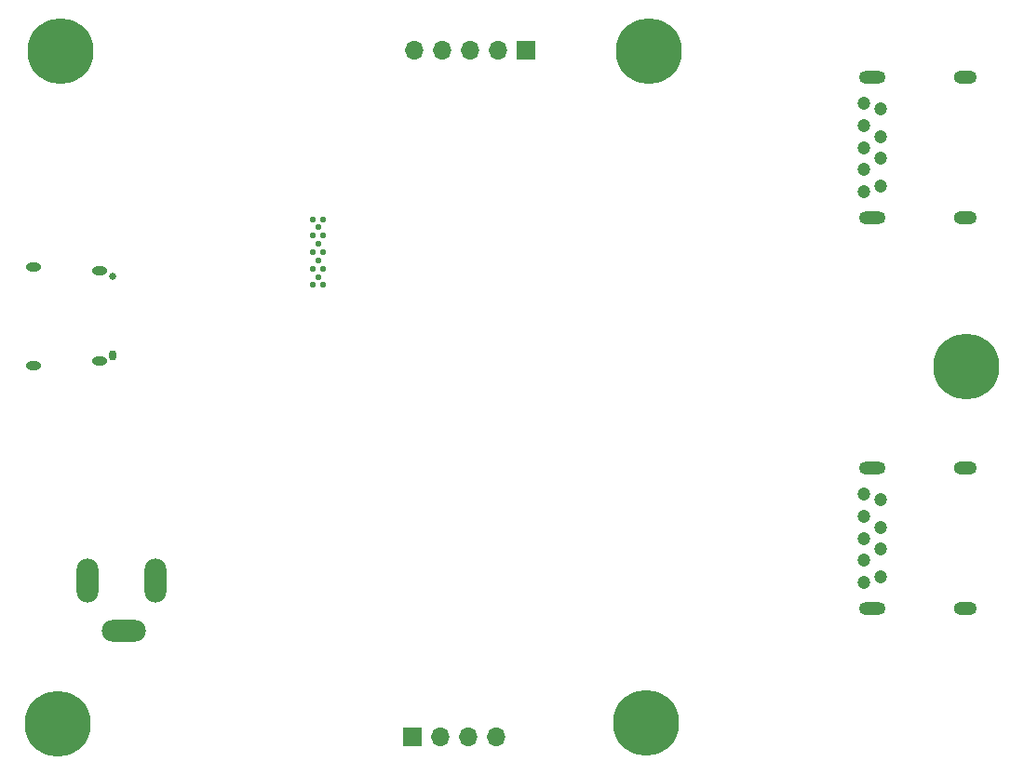
<source format=gbr>
%TF.GenerationSoftware,KiCad,Pcbnew,(6.0.11)*%
%TF.CreationDate,2023-09-13T18:41:32-04:00*%
%TF.ProjectId,USB-C-Hub,5553422d-432d-4487-9562-2e6b69636164,1.0*%
%TF.SameCoordinates,Original*%
%TF.FileFunction,Soldermask,Bot*%
%TF.FilePolarity,Negative*%
%FSLAX46Y46*%
G04 Gerber Fmt 4.6, Leading zero omitted, Abs format (unit mm)*
G04 Created by KiCad (PCBNEW (6.0.11)) date 2023-09-13 18:41:32*
%MOMM*%
%LPD*%
G01*
G04 APERTURE LIST*
%ADD10C,0.800000*%
%ADD11C,6.000000*%
%ADD12C,1.200000*%
%ADD13O,2.100000X1.200000*%
%ADD14O,2.400000X1.200000*%
%ADD15C,0.560000*%
%ADD16R,1.700000X1.700000*%
%ADD17O,1.700000X1.700000*%
%ADD18C,0.650000*%
%ADD19O,0.650000X0.950000*%
%ADD20O,1.400000X0.800000*%
%ADD21O,2.000000X4.000000*%
%ADD22O,4.000000X2.000000*%
G04 APERTURE END LIST*
D10*
%TO.C,H5*%
X136809010Y-61590990D03*
X136809010Y-58409010D03*
X140650000Y-60000000D03*
X139990990Y-58409010D03*
X139990990Y-61590990D03*
D11*
X138400000Y-60000000D03*
D10*
X138400000Y-57750000D03*
X138400000Y-62250000D03*
X136150000Y-60000000D03*
%TD*%
%TO.C,H2*%
X107230000Y-31300000D03*
X109480000Y-33550000D03*
X111730000Y-31300000D03*
X107889010Y-29709010D03*
X107889010Y-32890990D03*
X111070990Y-29709010D03*
X109480000Y-29050000D03*
D11*
X109480000Y-31300000D03*
D10*
X111070990Y-32890990D03*
%TD*%
%TO.C,H3*%
X54129010Y-90859010D03*
X57970000Y-92450000D03*
X57310990Y-90859010D03*
X54129010Y-94040990D03*
D11*
X55720000Y-92450000D03*
D10*
X53470000Y-92450000D03*
X55720000Y-90200000D03*
X55720000Y-94700000D03*
X57310990Y-94040990D03*
%TD*%
D12*
%TO.C,J2*%
X130570000Y-79090000D03*
X130570000Y-76590000D03*
X130570000Y-74590000D03*
X130570000Y-72090000D03*
X129070000Y-71590000D03*
X129070000Y-73590000D03*
X129070000Y-75590000D03*
X129070000Y-77590000D03*
X129070000Y-79590000D03*
D13*
X138320000Y-69190000D03*
D14*
X129820000Y-81990000D03*
X129820000Y-69190000D03*
D13*
X138320000Y-81990000D03*
%TD*%
D12*
%TO.C,J3*%
X130570000Y-43530000D03*
X130570000Y-41030000D03*
X130570000Y-39030000D03*
X130570000Y-36530000D03*
X129070000Y-36030000D03*
X129070000Y-38030000D03*
X129070000Y-40030000D03*
X129070000Y-42030000D03*
X129070000Y-44030000D03*
D13*
X138320000Y-46430000D03*
D14*
X129820000Y-33630000D03*
X129820000Y-46430000D03*
D13*
X138320000Y-33630000D03*
%TD*%
D15*
%TO.C,U3*%
X79920000Y-52550000D03*
X79920000Y-51050000D03*
X79920000Y-49550000D03*
X79920000Y-48050000D03*
X79920000Y-46550000D03*
X79420000Y-51800000D03*
X79420000Y-50300000D03*
X79420000Y-48800000D03*
X79420000Y-47300000D03*
X78920000Y-52550000D03*
X78920000Y-51050000D03*
X78920000Y-49550000D03*
X78920000Y-48050000D03*
X78920000Y-46550000D03*
%TD*%
D10*
%TO.C,H1*%
X53750000Y-31300000D03*
X57590990Y-32890990D03*
X54409010Y-32890990D03*
X56000000Y-29050000D03*
X58250000Y-31300000D03*
X56000000Y-33550000D03*
D11*
X56000000Y-31300000D03*
D10*
X57590990Y-29709010D03*
X54409010Y-29709010D03*
%TD*%
D16*
%TO.C,J6*%
X98360000Y-31165000D03*
D17*
X95820000Y-31165000D03*
X93280000Y-31165000D03*
X90740000Y-31165000D03*
X88200000Y-31165000D03*
%TD*%
D18*
%TO.C,J1*%
X60780000Y-51750000D03*
D19*
X60780000Y-58950000D03*
D20*
X53580000Y-50860000D03*
X53580000Y-59840000D03*
X59530000Y-51220000D03*
X59530000Y-59480000D03*
%TD*%
D16*
%TO.C,J5*%
X88000000Y-93675000D03*
D17*
X90540000Y-93675000D03*
X93080000Y-93675000D03*
X95620000Y-93675000D03*
%TD*%
D10*
%TO.C,H4*%
X109300000Y-90150000D03*
X107709010Y-93990990D03*
X107050000Y-92400000D03*
X110890990Y-93990990D03*
X109300000Y-94650000D03*
X110890990Y-90809010D03*
X111550000Y-92400000D03*
X107709010Y-90809010D03*
D11*
X109300000Y-92400000D03*
%TD*%
D21*
%TO.C,J4*%
X64600000Y-79400000D03*
D22*
X61800000Y-84000000D03*
D21*
X58500000Y-79400000D03*
%TD*%
M02*

</source>
